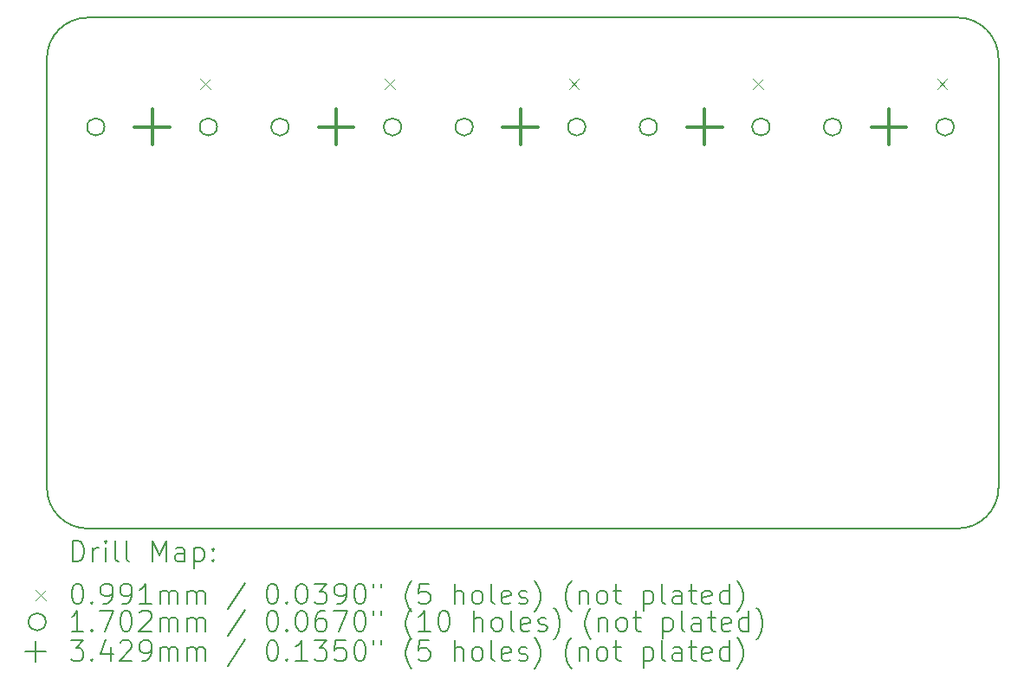
<source format=gbr>
%TF.GenerationSoftware,KiCad,Pcbnew,8.0.6*%
%TF.CreationDate,2024-11-27T16:10:35-06:00*%
%TF.ProjectId,hotdog_pad,686f7464-6f67-45f7-9061-642e6b696361,rev?*%
%TF.SameCoordinates,Original*%
%TF.FileFunction,Drillmap*%
%TF.FilePolarity,Positive*%
%FSLAX45Y45*%
G04 Gerber Fmt 4.5, Leading zero omitted, Abs format (unit mm)*
G04 Created by KiCad (PCBNEW 8.0.6) date 2024-11-27 16:10:35*
%MOMM*%
%LPD*%
G01*
G04 APERTURE LIST*
%ADD10C,0.200000*%
%ADD11C,0.100000*%
%ADD12C,0.170180*%
%ADD13C,0.342900*%
G04 APERTURE END LIST*
D10*
X8300000Y-8600000D02*
X16800000Y-8600000D01*
X16800000Y-3600000D02*
G75*
G02*
X17200000Y-4000000I0J-400000D01*
G01*
X7900000Y-4000000D02*
G75*
G02*
X8300000Y-3600000I400000J0D01*
G01*
X17200000Y-8200000D02*
G75*
G02*
X16800000Y-8600000I-400000J0D01*
G01*
X17200000Y-8200000D02*
X17200000Y-4000000D01*
X7900000Y-4000000D02*
X7900000Y-8200000D01*
X16800000Y-3600000D02*
X8300000Y-3600000D01*
X8300000Y-8600000D02*
G75*
G02*
X7900000Y-8200000I0J400000D01*
G01*
D11*
X9400470Y-4200470D02*
X9499530Y-4299530D01*
X9499530Y-4200470D02*
X9400470Y-4299530D01*
X11200470Y-4200470D02*
X11299530Y-4299530D01*
X11299530Y-4200470D02*
X11200470Y-4299530D01*
X13000470Y-4200470D02*
X13099530Y-4299530D01*
X13099530Y-4200470D02*
X13000470Y-4299530D01*
X14800470Y-4200470D02*
X14899530Y-4299530D01*
X14899530Y-4200470D02*
X14800470Y-4299530D01*
X16600470Y-4200470D02*
X16699530Y-4299530D01*
X16699530Y-4200470D02*
X16600470Y-4299530D01*
D12*
X8463090Y-4670000D02*
G75*
G02*
X8292910Y-4670000I-85090J0D01*
G01*
X8292910Y-4670000D02*
G75*
G02*
X8463090Y-4670000I85090J0D01*
G01*
X9563090Y-4670000D02*
G75*
G02*
X9392910Y-4670000I-85090J0D01*
G01*
X9392910Y-4670000D02*
G75*
G02*
X9563090Y-4670000I85090J0D01*
G01*
X10263090Y-4670000D02*
G75*
G02*
X10092910Y-4670000I-85090J0D01*
G01*
X10092910Y-4670000D02*
G75*
G02*
X10263090Y-4670000I85090J0D01*
G01*
X11363090Y-4670000D02*
G75*
G02*
X11192910Y-4670000I-85090J0D01*
G01*
X11192910Y-4670000D02*
G75*
G02*
X11363090Y-4670000I85090J0D01*
G01*
X12063090Y-4670000D02*
G75*
G02*
X11892910Y-4670000I-85090J0D01*
G01*
X11892910Y-4670000D02*
G75*
G02*
X12063090Y-4670000I85090J0D01*
G01*
X13163090Y-4670000D02*
G75*
G02*
X12992910Y-4670000I-85090J0D01*
G01*
X12992910Y-4670000D02*
G75*
G02*
X13163090Y-4670000I85090J0D01*
G01*
X13863090Y-4670000D02*
G75*
G02*
X13692910Y-4670000I-85090J0D01*
G01*
X13692910Y-4670000D02*
G75*
G02*
X13863090Y-4670000I85090J0D01*
G01*
X14963090Y-4670000D02*
G75*
G02*
X14792910Y-4670000I-85090J0D01*
G01*
X14792910Y-4670000D02*
G75*
G02*
X14963090Y-4670000I85090J0D01*
G01*
X15663090Y-4670000D02*
G75*
G02*
X15492910Y-4670000I-85090J0D01*
G01*
X15492910Y-4670000D02*
G75*
G02*
X15663090Y-4670000I85090J0D01*
G01*
X16763090Y-4670000D02*
G75*
G02*
X16592910Y-4670000I-85090J0D01*
G01*
X16592910Y-4670000D02*
G75*
G02*
X16763090Y-4670000I85090J0D01*
G01*
D13*
X8928000Y-4498550D02*
X8928000Y-4841450D01*
X8756550Y-4670000D02*
X9099450Y-4670000D01*
X10728000Y-4498550D02*
X10728000Y-4841450D01*
X10556550Y-4670000D02*
X10899450Y-4670000D01*
X12528000Y-4498550D02*
X12528000Y-4841450D01*
X12356550Y-4670000D02*
X12699450Y-4670000D01*
X14328000Y-4498550D02*
X14328000Y-4841450D01*
X14156550Y-4670000D02*
X14499450Y-4670000D01*
X16128000Y-4498550D02*
X16128000Y-4841450D01*
X15956550Y-4670000D02*
X16299450Y-4670000D01*
D10*
X8150777Y-8921484D02*
X8150777Y-8721484D01*
X8150777Y-8721484D02*
X8198396Y-8721484D01*
X8198396Y-8721484D02*
X8226967Y-8731008D01*
X8226967Y-8731008D02*
X8246015Y-8750055D01*
X8246015Y-8750055D02*
X8255539Y-8769103D01*
X8255539Y-8769103D02*
X8265062Y-8807198D01*
X8265062Y-8807198D02*
X8265062Y-8835770D01*
X8265062Y-8835770D02*
X8255539Y-8873865D01*
X8255539Y-8873865D02*
X8246015Y-8892912D01*
X8246015Y-8892912D02*
X8226967Y-8911960D01*
X8226967Y-8911960D02*
X8198396Y-8921484D01*
X8198396Y-8921484D02*
X8150777Y-8921484D01*
X8350777Y-8921484D02*
X8350777Y-8788150D01*
X8350777Y-8826246D02*
X8360301Y-8807198D01*
X8360301Y-8807198D02*
X8369824Y-8797674D01*
X8369824Y-8797674D02*
X8388872Y-8788150D01*
X8388872Y-8788150D02*
X8407920Y-8788150D01*
X8474586Y-8921484D02*
X8474586Y-8788150D01*
X8474586Y-8721484D02*
X8465063Y-8731008D01*
X8465063Y-8731008D02*
X8474586Y-8740531D01*
X8474586Y-8740531D02*
X8484110Y-8731008D01*
X8484110Y-8731008D02*
X8474586Y-8721484D01*
X8474586Y-8721484D02*
X8474586Y-8740531D01*
X8598396Y-8921484D02*
X8579348Y-8911960D01*
X8579348Y-8911960D02*
X8569824Y-8892912D01*
X8569824Y-8892912D02*
X8569824Y-8721484D01*
X8703158Y-8921484D02*
X8684110Y-8911960D01*
X8684110Y-8911960D02*
X8674586Y-8892912D01*
X8674586Y-8892912D02*
X8674586Y-8721484D01*
X8931729Y-8921484D02*
X8931729Y-8721484D01*
X8931729Y-8721484D02*
X8998396Y-8864341D01*
X8998396Y-8864341D02*
X9065063Y-8721484D01*
X9065063Y-8721484D02*
X9065063Y-8921484D01*
X9246015Y-8921484D02*
X9246015Y-8816722D01*
X9246015Y-8816722D02*
X9236491Y-8797674D01*
X9236491Y-8797674D02*
X9217444Y-8788150D01*
X9217444Y-8788150D02*
X9179348Y-8788150D01*
X9179348Y-8788150D02*
X9160301Y-8797674D01*
X9246015Y-8911960D02*
X9226967Y-8921484D01*
X9226967Y-8921484D02*
X9179348Y-8921484D01*
X9179348Y-8921484D02*
X9160301Y-8911960D01*
X9160301Y-8911960D02*
X9150777Y-8892912D01*
X9150777Y-8892912D02*
X9150777Y-8873865D01*
X9150777Y-8873865D02*
X9160301Y-8854817D01*
X9160301Y-8854817D02*
X9179348Y-8845293D01*
X9179348Y-8845293D02*
X9226967Y-8845293D01*
X9226967Y-8845293D02*
X9246015Y-8835770D01*
X9341253Y-8788150D02*
X9341253Y-8988150D01*
X9341253Y-8797674D02*
X9360301Y-8788150D01*
X9360301Y-8788150D02*
X9398396Y-8788150D01*
X9398396Y-8788150D02*
X9417444Y-8797674D01*
X9417444Y-8797674D02*
X9426967Y-8807198D01*
X9426967Y-8807198D02*
X9436491Y-8826246D01*
X9436491Y-8826246D02*
X9436491Y-8883389D01*
X9436491Y-8883389D02*
X9426967Y-8902436D01*
X9426967Y-8902436D02*
X9417444Y-8911960D01*
X9417444Y-8911960D02*
X9398396Y-8921484D01*
X9398396Y-8921484D02*
X9360301Y-8921484D01*
X9360301Y-8921484D02*
X9341253Y-8911960D01*
X9522205Y-8902436D02*
X9531729Y-8911960D01*
X9531729Y-8911960D02*
X9522205Y-8921484D01*
X9522205Y-8921484D02*
X9512682Y-8911960D01*
X9512682Y-8911960D02*
X9522205Y-8902436D01*
X9522205Y-8902436D02*
X9522205Y-8921484D01*
X9522205Y-8797674D02*
X9531729Y-8807198D01*
X9531729Y-8807198D02*
X9522205Y-8816722D01*
X9522205Y-8816722D02*
X9512682Y-8807198D01*
X9512682Y-8807198D02*
X9522205Y-8797674D01*
X9522205Y-8797674D02*
X9522205Y-8816722D01*
D11*
X7790940Y-9200470D02*
X7890000Y-9299530D01*
X7890000Y-9200470D02*
X7790940Y-9299530D01*
D10*
X8188872Y-9141484D02*
X8207920Y-9141484D01*
X8207920Y-9141484D02*
X8226967Y-9151008D01*
X8226967Y-9151008D02*
X8236491Y-9160531D01*
X8236491Y-9160531D02*
X8246015Y-9179579D01*
X8246015Y-9179579D02*
X8255539Y-9217674D01*
X8255539Y-9217674D02*
X8255539Y-9265293D01*
X8255539Y-9265293D02*
X8246015Y-9303389D01*
X8246015Y-9303389D02*
X8236491Y-9322436D01*
X8236491Y-9322436D02*
X8226967Y-9331960D01*
X8226967Y-9331960D02*
X8207920Y-9341484D01*
X8207920Y-9341484D02*
X8188872Y-9341484D01*
X8188872Y-9341484D02*
X8169824Y-9331960D01*
X8169824Y-9331960D02*
X8160301Y-9322436D01*
X8160301Y-9322436D02*
X8150777Y-9303389D01*
X8150777Y-9303389D02*
X8141253Y-9265293D01*
X8141253Y-9265293D02*
X8141253Y-9217674D01*
X8141253Y-9217674D02*
X8150777Y-9179579D01*
X8150777Y-9179579D02*
X8160301Y-9160531D01*
X8160301Y-9160531D02*
X8169824Y-9151008D01*
X8169824Y-9151008D02*
X8188872Y-9141484D01*
X8341253Y-9322436D02*
X8350777Y-9331960D01*
X8350777Y-9331960D02*
X8341253Y-9341484D01*
X8341253Y-9341484D02*
X8331729Y-9331960D01*
X8331729Y-9331960D02*
X8341253Y-9322436D01*
X8341253Y-9322436D02*
X8341253Y-9341484D01*
X8446015Y-9341484D02*
X8484110Y-9341484D01*
X8484110Y-9341484D02*
X8503158Y-9331960D01*
X8503158Y-9331960D02*
X8512682Y-9322436D01*
X8512682Y-9322436D02*
X8531729Y-9293865D01*
X8531729Y-9293865D02*
X8541253Y-9255770D01*
X8541253Y-9255770D02*
X8541253Y-9179579D01*
X8541253Y-9179579D02*
X8531729Y-9160531D01*
X8531729Y-9160531D02*
X8522205Y-9151008D01*
X8522205Y-9151008D02*
X8503158Y-9141484D01*
X8503158Y-9141484D02*
X8465063Y-9141484D01*
X8465063Y-9141484D02*
X8446015Y-9151008D01*
X8446015Y-9151008D02*
X8436491Y-9160531D01*
X8436491Y-9160531D02*
X8426967Y-9179579D01*
X8426967Y-9179579D02*
X8426967Y-9227198D01*
X8426967Y-9227198D02*
X8436491Y-9246246D01*
X8436491Y-9246246D02*
X8446015Y-9255770D01*
X8446015Y-9255770D02*
X8465063Y-9265293D01*
X8465063Y-9265293D02*
X8503158Y-9265293D01*
X8503158Y-9265293D02*
X8522205Y-9255770D01*
X8522205Y-9255770D02*
X8531729Y-9246246D01*
X8531729Y-9246246D02*
X8541253Y-9227198D01*
X8636491Y-9341484D02*
X8674586Y-9341484D01*
X8674586Y-9341484D02*
X8693634Y-9331960D01*
X8693634Y-9331960D02*
X8703158Y-9322436D01*
X8703158Y-9322436D02*
X8722205Y-9293865D01*
X8722205Y-9293865D02*
X8731729Y-9255770D01*
X8731729Y-9255770D02*
X8731729Y-9179579D01*
X8731729Y-9179579D02*
X8722205Y-9160531D01*
X8722205Y-9160531D02*
X8712682Y-9151008D01*
X8712682Y-9151008D02*
X8693634Y-9141484D01*
X8693634Y-9141484D02*
X8655539Y-9141484D01*
X8655539Y-9141484D02*
X8636491Y-9151008D01*
X8636491Y-9151008D02*
X8626967Y-9160531D01*
X8626967Y-9160531D02*
X8617444Y-9179579D01*
X8617444Y-9179579D02*
X8617444Y-9227198D01*
X8617444Y-9227198D02*
X8626967Y-9246246D01*
X8626967Y-9246246D02*
X8636491Y-9255770D01*
X8636491Y-9255770D02*
X8655539Y-9265293D01*
X8655539Y-9265293D02*
X8693634Y-9265293D01*
X8693634Y-9265293D02*
X8712682Y-9255770D01*
X8712682Y-9255770D02*
X8722205Y-9246246D01*
X8722205Y-9246246D02*
X8731729Y-9227198D01*
X8922205Y-9341484D02*
X8807920Y-9341484D01*
X8865063Y-9341484D02*
X8865063Y-9141484D01*
X8865063Y-9141484D02*
X8846015Y-9170055D01*
X8846015Y-9170055D02*
X8826967Y-9189103D01*
X8826967Y-9189103D02*
X8807920Y-9198627D01*
X9007920Y-9341484D02*
X9007920Y-9208150D01*
X9007920Y-9227198D02*
X9017444Y-9217674D01*
X9017444Y-9217674D02*
X9036491Y-9208150D01*
X9036491Y-9208150D02*
X9065063Y-9208150D01*
X9065063Y-9208150D02*
X9084110Y-9217674D01*
X9084110Y-9217674D02*
X9093634Y-9236722D01*
X9093634Y-9236722D02*
X9093634Y-9341484D01*
X9093634Y-9236722D02*
X9103158Y-9217674D01*
X9103158Y-9217674D02*
X9122205Y-9208150D01*
X9122205Y-9208150D02*
X9150777Y-9208150D01*
X9150777Y-9208150D02*
X9169825Y-9217674D01*
X9169825Y-9217674D02*
X9179348Y-9236722D01*
X9179348Y-9236722D02*
X9179348Y-9341484D01*
X9274586Y-9341484D02*
X9274586Y-9208150D01*
X9274586Y-9227198D02*
X9284110Y-9217674D01*
X9284110Y-9217674D02*
X9303158Y-9208150D01*
X9303158Y-9208150D02*
X9331729Y-9208150D01*
X9331729Y-9208150D02*
X9350777Y-9217674D01*
X9350777Y-9217674D02*
X9360301Y-9236722D01*
X9360301Y-9236722D02*
X9360301Y-9341484D01*
X9360301Y-9236722D02*
X9369825Y-9217674D01*
X9369825Y-9217674D02*
X9388872Y-9208150D01*
X9388872Y-9208150D02*
X9417444Y-9208150D01*
X9417444Y-9208150D02*
X9436491Y-9217674D01*
X9436491Y-9217674D02*
X9446015Y-9236722D01*
X9446015Y-9236722D02*
X9446015Y-9341484D01*
X9836491Y-9131960D02*
X9665063Y-9389103D01*
X10093634Y-9141484D02*
X10112682Y-9141484D01*
X10112682Y-9141484D02*
X10131729Y-9151008D01*
X10131729Y-9151008D02*
X10141253Y-9160531D01*
X10141253Y-9160531D02*
X10150777Y-9179579D01*
X10150777Y-9179579D02*
X10160301Y-9217674D01*
X10160301Y-9217674D02*
X10160301Y-9265293D01*
X10160301Y-9265293D02*
X10150777Y-9303389D01*
X10150777Y-9303389D02*
X10141253Y-9322436D01*
X10141253Y-9322436D02*
X10131729Y-9331960D01*
X10131729Y-9331960D02*
X10112682Y-9341484D01*
X10112682Y-9341484D02*
X10093634Y-9341484D01*
X10093634Y-9341484D02*
X10074587Y-9331960D01*
X10074587Y-9331960D02*
X10065063Y-9322436D01*
X10065063Y-9322436D02*
X10055539Y-9303389D01*
X10055539Y-9303389D02*
X10046015Y-9265293D01*
X10046015Y-9265293D02*
X10046015Y-9217674D01*
X10046015Y-9217674D02*
X10055539Y-9179579D01*
X10055539Y-9179579D02*
X10065063Y-9160531D01*
X10065063Y-9160531D02*
X10074587Y-9151008D01*
X10074587Y-9151008D02*
X10093634Y-9141484D01*
X10246015Y-9322436D02*
X10255539Y-9331960D01*
X10255539Y-9331960D02*
X10246015Y-9341484D01*
X10246015Y-9341484D02*
X10236491Y-9331960D01*
X10236491Y-9331960D02*
X10246015Y-9322436D01*
X10246015Y-9322436D02*
X10246015Y-9341484D01*
X10379348Y-9141484D02*
X10398396Y-9141484D01*
X10398396Y-9141484D02*
X10417444Y-9151008D01*
X10417444Y-9151008D02*
X10426968Y-9160531D01*
X10426968Y-9160531D02*
X10436491Y-9179579D01*
X10436491Y-9179579D02*
X10446015Y-9217674D01*
X10446015Y-9217674D02*
X10446015Y-9265293D01*
X10446015Y-9265293D02*
X10436491Y-9303389D01*
X10436491Y-9303389D02*
X10426968Y-9322436D01*
X10426968Y-9322436D02*
X10417444Y-9331960D01*
X10417444Y-9331960D02*
X10398396Y-9341484D01*
X10398396Y-9341484D02*
X10379348Y-9341484D01*
X10379348Y-9341484D02*
X10360301Y-9331960D01*
X10360301Y-9331960D02*
X10350777Y-9322436D01*
X10350777Y-9322436D02*
X10341253Y-9303389D01*
X10341253Y-9303389D02*
X10331729Y-9265293D01*
X10331729Y-9265293D02*
X10331729Y-9217674D01*
X10331729Y-9217674D02*
X10341253Y-9179579D01*
X10341253Y-9179579D02*
X10350777Y-9160531D01*
X10350777Y-9160531D02*
X10360301Y-9151008D01*
X10360301Y-9151008D02*
X10379348Y-9141484D01*
X10512682Y-9141484D02*
X10636491Y-9141484D01*
X10636491Y-9141484D02*
X10569825Y-9217674D01*
X10569825Y-9217674D02*
X10598396Y-9217674D01*
X10598396Y-9217674D02*
X10617444Y-9227198D01*
X10617444Y-9227198D02*
X10626968Y-9236722D01*
X10626968Y-9236722D02*
X10636491Y-9255770D01*
X10636491Y-9255770D02*
X10636491Y-9303389D01*
X10636491Y-9303389D02*
X10626968Y-9322436D01*
X10626968Y-9322436D02*
X10617444Y-9331960D01*
X10617444Y-9331960D02*
X10598396Y-9341484D01*
X10598396Y-9341484D02*
X10541253Y-9341484D01*
X10541253Y-9341484D02*
X10522206Y-9331960D01*
X10522206Y-9331960D02*
X10512682Y-9322436D01*
X10731729Y-9341484D02*
X10769825Y-9341484D01*
X10769825Y-9341484D02*
X10788872Y-9331960D01*
X10788872Y-9331960D02*
X10798396Y-9322436D01*
X10798396Y-9322436D02*
X10817444Y-9293865D01*
X10817444Y-9293865D02*
X10826968Y-9255770D01*
X10826968Y-9255770D02*
X10826968Y-9179579D01*
X10826968Y-9179579D02*
X10817444Y-9160531D01*
X10817444Y-9160531D02*
X10807920Y-9151008D01*
X10807920Y-9151008D02*
X10788872Y-9141484D01*
X10788872Y-9141484D02*
X10750777Y-9141484D01*
X10750777Y-9141484D02*
X10731729Y-9151008D01*
X10731729Y-9151008D02*
X10722206Y-9160531D01*
X10722206Y-9160531D02*
X10712682Y-9179579D01*
X10712682Y-9179579D02*
X10712682Y-9227198D01*
X10712682Y-9227198D02*
X10722206Y-9246246D01*
X10722206Y-9246246D02*
X10731729Y-9255770D01*
X10731729Y-9255770D02*
X10750777Y-9265293D01*
X10750777Y-9265293D02*
X10788872Y-9265293D01*
X10788872Y-9265293D02*
X10807920Y-9255770D01*
X10807920Y-9255770D02*
X10817444Y-9246246D01*
X10817444Y-9246246D02*
X10826968Y-9227198D01*
X10950777Y-9141484D02*
X10969825Y-9141484D01*
X10969825Y-9141484D02*
X10988872Y-9151008D01*
X10988872Y-9151008D02*
X10998396Y-9160531D01*
X10998396Y-9160531D02*
X11007920Y-9179579D01*
X11007920Y-9179579D02*
X11017444Y-9217674D01*
X11017444Y-9217674D02*
X11017444Y-9265293D01*
X11017444Y-9265293D02*
X11007920Y-9303389D01*
X11007920Y-9303389D02*
X10998396Y-9322436D01*
X10998396Y-9322436D02*
X10988872Y-9331960D01*
X10988872Y-9331960D02*
X10969825Y-9341484D01*
X10969825Y-9341484D02*
X10950777Y-9341484D01*
X10950777Y-9341484D02*
X10931729Y-9331960D01*
X10931729Y-9331960D02*
X10922206Y-9322436D01*
X10922206Y-9322436D02*
X10912682Y-9303389D01*
X10912682Y-9303389D02*
X10903158Y-9265293D01*
X10903158Y-9265293D02*
X10903158Y-9217674D01*
X10903158Y-9217674D02*
X10912682Y-9179579D01*
X10912682Y-9179579D02*
X10922206Y-9160531D01*
X10922206Y-9160531D02*
X10931729Y-9151008D01*
X10931729Y-9151008D02*
X10950777Y-9141484D01*
X11093634Y-9141484D02*
X11093634Y-9179579D01*
X11169825Y-9141484D02*
X11169825Y-9179579D01*
X11465063Y-9417674D02*
X11455539Y-9408150D01*
X11455539Y-9408150D02*
X11436491Y-9379579D01*
X11436491Y-9379579D02*
X11426968Y-9360531D01*
X11426968Y-9360531D02*
X11417444Y-9331960D01*
X11417444Y-9331960D02*
X11407920Y-9284341D01*
X11407920Y-9284341D02*
X11407920Y-9246246D01*
X11407920Y-9246246D02*
X11417444Y-9198627D01*
X11417444Y-9198627D02*
X11426968Y-9170055D01*
X11426968Y-9170055D02*
X11436491Y-9151008D01*
X11436491Y-9151008D02*
X11455539Y-9122436D01*
X11455539Y-9122436D02*
X11465063Y-9112912D01*
X11636491Y-9141484D02*
X11541253Y-9141484D01*
X11541253Y-9141484D02*
X11531729Y-9236722D01*
X11531729Y-9236722D02*
X11541253Y-9227198D01*
X11541253Y-9227198D02*
X11560301Y-9217674D01*
X11560301Y-9217674D02*
X11607920Y-9217674D01*
X11607920Y-9217674D02*
X11626968Y-9227198D01*
X11626968Y-9227198D02*
X11636491Y-9236722D01*
X11636491Y-9236722D02*
X11646015Y-9255770D01*
X11646015Y-9255770D02*
X11646015Y-9303389D01*
X11646015Y-9303389D02*
X11636491Y-9322436D01*
X11636491Y-9322436D02*
X11626968Y-9331960D01*
X11626968Y-9331960D02*
X11607920Y-9341484D01*
X11607920Y-9341484D02*
X11560301Y-9341484D01*
X11560301Y-9341484D02*
X11541253Y-9331960D01*
X11541253Y-9331960D02*
X11531729Y-9322436D01*
X11884110Y-9341484D02*
X11884110Y-9141484D01*
X11969825Y-9341484D02*
X11969825Y-9236722D01*
X11969825Y-9236722D02*
X11960301Y-9217674D01*
X11960301Y-9217674D02*
X11941253Y-9208150D01*
X11941253Y-9208150D02*
X11912682Y-9208150D01*
X11912682Y-9208150D02*
X11893634Y-9217674D01*
X11893634Y-9217674D02*
X11884110Y-9227198D01*
X12093634Y-9341484D02*
X12074587Y-9331960D01*
X12074587Y-9331960D02*
X12065063Y-9322436D01*
X12065063Y-9322436D02*
X12055539Y-9303389D01*
X12055539Y-9303389D02*
X12055539Y-9246246D01*
X12055539Y-9246246D02*
X12065063Y-9227198D01*
X12065063Y-9227198D02*
X12074587Y-9217674D01*
X12074587Y-9217674D02*
X12093634Y-9208150D01*
X12093634Y-9208150D02*
X12122206Y-9208150D01*
X12122206Y-9208150D02*
X12141253Y-9217674D01*
X12141253Y-9217674D02*
X12150777Y-9227198D01*
X12150777Y-9227198D02*
X12160301Y-9246246D01*
X12160301Y-9246246D02*
X12160301Y-9303389D01*
X12160301Y-9303389D02*
X12150777Y-9322436D01*
X12150777Y-9322436D02*
X12141253Y-9331960D01*
X12141253Y-9331960D02*
X12122206Y-9341484D01*
X12122206Y-9341484D02*
X12093634Y-9341484D01*
X12274587Y-9341484D02*
X12255539Y-9331960D01*
X12255539Y-9331960D02*
X12246015Y-9312912D01*
X12246015Y-9312912D02*
X12246015Y-9141484D01*
X12426968Y-9331960D02*
X12407920Y-9341484D01*
X12407920Y-9341484D02*
X12369825Y-9341484D01*
X12369825Y-9341484D02*
X12350777Y-9331960D01*
X12350777Y-9331960D02*
X12341253Y-9312912D01*
X12341253Y-9312912D02*
X12341253Y-9236722D01*
X12341253Y-9236722D02*
X12350777Y-9217674D01*
X12350777Y-9217674D02*
X12369825Y-9208150D01*
X12369825Y-9208150D02*
X12407920Y-9208150D01*
X12407920Y-9208150D02*
X12426968Y-9217674D01*
X12426968Y-9217674D02*
X12436491Y-9236722D01*
X12436491Y-9236722D02*
X12436491Y-9255770D01*
X12436491Y-9255770D02*
X12341253Y-9274817D01*
X12512682Y-9331960D02*
X12531730Y-9341484D01*
X12531730Y-9341484D02*
X12569825Y-9341484D01*
X12569825Y-9341484D02*
X12588872Y-9331960D01*
X12588872Y-9331960D02*
X12598396Y-9312912D01*
X12598396Y-9312912D02*
X12598396Y-9303389D01*
X12598396Y-9303389D02*
X12588872Y-9284341D01*
X12588872Y-9284341D02*
X12569825Y-9274817D01*
X12569825Y-9274817D02*
X12541253Y-9274817D01*
X12541253Y-9274817D02*
X12522206Y-9265293D01*
X12522206Y-9265293D02*
X12512682Y-9246246D01*
X12512682Y-9246246D02*
X12512682Y-9236722D01*
X12512682Y-9236722D02*
X12522206Y-9217674D01*
X12522206Y-9217674D02*
X12541253Y-9208150D01*
X12541253Y-9208150D02*
X12569825Y-9208150D01*
X12569825Y-9208150D02*
X12588872Y-9217674D01*
X12665063Y-9417674D02*
X12674587Y-9408150D01*
X12674587Y-9408150D02*
X12693634Y-9379579D01*
X12693634Y-9379579D02*
X12703158Y-9360531D01*
X12703158Y-9360531D02*
X12712682Y-9331960D01*
X12712682Y-9331960D02*
X12722206Y-9284341D01*
X12722206Y-9284341D02*
X12722206Y-9246246D01*
X12722206Y-9246246D02*
X12712682Y-9198627D01*
X12712682Y-9198627D02*
X12703158Y-9170055D01*
X12703158Y-9170055D02*
X12693634Y-9151008D01*
X12693634Y-9151008D02*
X12674587Y-9122436D01*
X12674587Y-9122436D02*
X12665063Y-9112912D01*
X13026968Y-9417674D02*
X13017444Y-9408150D01*
X13017444Y-9408150D02*
X12998396Y-9379579D01*
X12998396Y-9379579D02*
X12988872Y-9360531D01*
X12988872Y-9360531D02*
X12979349Y-9331960D01*
X12979349Y-9331960D02*
X12969825Y-9284341D01*
X12969825Y-9284341D02*
X12969825Y-9246246D01*
X12969825Y-9246246D02*
X12979349Y-9198627D01*
X12979349Y-9198627D02*
X12988872Y-9170055D01*
X12988872Y-9170055D02*
X12998396Y-9151008D01*
X12998396Y-9151008D02*
X13017444Y-9122436D01*
X13017444Y-9122436D02*
X13026968Y-9112912D01*
X13103158Y-9208150D02*
X13103158Y-9341484D01*
X13103158Y-9227198D02*
X13112682Y-9217674D01*
X13112682Y-9217674D02*
X13131730Y-9208150D01*
X13131730Y-9208150D02*
X13160301Y-9208150D01*
X13160301Y-9208150D02*
X13179349Y-9217674D01*
X13179349Y-9217674D02*
X13188872Y-9236722D01*
X13188872Y-9236722D02*
X13188872Y-9341484D01*
X13312682Y-9341484D02*
X13293634Y-9331960D01*
X13293634Y-9331960D02*
X13284111Y-9322436D01*
X13284111Y-9322436D02*
X13274587Y-9303389D01*
X13274587Y-9303389D02*
X13274587Y-9246246D01*
X13274587Y-9246246D02*
X13284111Y-9227198D01*
X13284111Y-9227198D02*
X13293634Y-9217674D01*
X13293634Y-9217674D02*
X13312682Y-9208150D01*
X13312682Y-9208150D02*
X13341253Y-9208150D01*
X13341253Y-9208150D02*
X13360301Y-9217674D01*
X13360301Y-9217674D02*
X13369825Y-9227198D01*
X13369825Y-9227198D02*
X13379349Y-9246246D01*
X13379349Y-9246246D02*
X13379349Y-9303389D01*
X13379349Y-9303389D02*
X13369825Y-9322436D01*
X13369825Y-9322436D02*
X13360301Y-9331960D01*
X13360301Y-9331960D02*
X13341253Y-9341484D01*
X13341253Y-9341484D02*
X13312682Y-9341484D01*
X13436492Y-9208150D02*
X13512682Y-9208150D01*
X13465063Y-9141484D02*
X13465063Y-9312912D01*
X13465063Y-9312912D02*
X13474587Y-9331960D01*
X13474587Y-9331960D02*
X13493634Y-9341484D01*
X13493634Y-9341484D02*
X13512682Y-9341484D01*
X13731730Y-9208150D02*
X13731730Y-9408150D01*
X13731730Y-9217674D02*
X13750777Y-9208150D01*
X13750777Y-9208150D02*
X13788873Y-9208150D01*
X13788873Y-9208150D02*
X13807920Y-9217674D01*
X13807920Y-9217674D02*
X13817444Y-9227198D01*
X13817444Y-9227198D02*
X13826968Y-9246246D01*
X13826968Y-9246246D02*
X13826968Y-9303389D01*
X13826968Y-9303389D02*
X13817444Y-9322436D01*
X13817444Y-9322436D02*
X13807920Y-9331960D01*
X13807920Y-9331960D02*
X13788873Y-9341484D01*
X13788873Y-9341484D02*
X13750777Y-9341484D01*
X13750777Y-9341484D02*
X13731730Y-9331960D01*
X13941253Y-9341484D02*
X13922206Y-9331960D01*
X13922206Y-9331960D02*
X13912682Y-9312912D01*
X13912682Y-9312912D02*
X13912682Y-9141484D01*
X14103158Y-9341484D02*
X14103158Y-9236722D01*
X14103158Y-9236722D02*
X14093634Y-9217674D01*
X14093634Y-9217674D02*
X14074587Y-9208150D01*
X14074587Y-9208150D02*
X14036492Y-9208150D01*
X14036492Y-9208150D02*
X14017444Y-9217674D01*
X14103158Y-9331960D02*
X14084111Y-9341484D01*
X14084111Y-9341484D02*
X14036492Y-9341484D01*
X14036492Y-9341484D02*
X14017444Y-9331960D01*
X14017444Y-9331960D02*
X14007920Y-9312912D01*
X14007920Y-9312912D02*
X14007920Y-9293865D01*
X14007920Y-9293865D02*
X14017444Y-9274817D01*
X14017444Y-9274817D02*
X14036492Y-9265293D01*
X14036492Y-9265293D02*
X14084111Y-9265293D01*
X14084111Y-9265293D02*
X14103158Y-9255770D01*
X14169825Y-9208150D02*
X14246015Y-9208150D01*
X14198396Y-9141484D02*
X14198396Y-9312912D01*
X14198396Y-9312912D02*
X14207920Y-9331960D01*
X14207920Y-9331960D02*
X14226968Y-9341484D01*
X14226968Y-9341484D02*
X14246015Y-9341484D01*
X14388873Y-9331960D02*
X14369825Y-9341484D01*
X14369825Y-9341484D02*
X14331730Y-9341484D01*
X14331730Y-9341484D02*
X14312682Y-9331960D01*
X14312682Y-9331960D02*
X14303158Y-9312912D01*
X14303158Y-9312912D02*
X14303158Y-9236722D01*
X14303158Y-9236722D02*
X14312682Y-9217674D01*
X14312682Y-9217674D02*
X14331730Y-9208150D01*
X14331730Y-9208150D02*
X14369825Y-9208150D01*
X14369825Y-9208150D02*
X14388873Y-9217674D01*
X14388873Y-9217674D02*
X14398396Y-9236722D01*
X14398396Y-9236722D02*
X14398396Y-9255770D01*
X14398396Y-9255770D02*
X14303158Y-9274817D01*
X14569825Y-9341484D02*
X14569825Y-9141484D01*
X14569825Y-9331960D02*
X14550777Y-9341484D01*
X14550777Y-9341484D02*
X14512682Y-9341484D01*
X14512682Y-9341484D02*
X14493634Y-9331960D01*
X14493634Y-9331960D02*
X14484111Y-9322436D01*
X14484111Y-9322436D02*
X14474587Y-9303389D01*
X14474587Y-9303389D02*
X14474587Y-9246246D01*
X14474587Y-9246246D02*
X14484111Y-9227198D01*
X14484111Y-9227198D02*
X14493634Y-9217674D01*
X14493634Y-9217674D02*
X14512682Y-9208150D01*
X14512682Y-9208150D02*
X14550777Y-9208150D01*
X14550777Y-9208150D02*
X14569825Y-9217674D01*
X14646015Y-9417674D02*
X14655539Y-9408150D01*
X14655539Y-9408150D02*
X14674587Y-9379579D01*
X14674587Y-9379579D02*
X14684111Y-9360531D01*
X14684111Y-9360531D02*
X14693634Y-9331960D01*
X14693634Y-9331960D02*
X14703158Y-9284341D01*
X14703158Y-9284341D02*
X14703158Y-9246246D01*
X14703158Y-9246246D02*
X14693634Y-9198627D01*
X14693634Y-9198627D02*
X14684111Y-9170055D01*
X14684111Y-9170055D02*
X14674587Y-9151008D01*
X14674587Y-9151008D02*
X14655539Y-9122436D01*
X14655539Y-9122436D02*
X14646015Y-9112912D01*
D12*
X7890000Y-9514000D02*
G75*
G02*
X7719820Y-9514000I-85090J0D01*
G01*
X7719820Y-9514000D02*
G75*
G02*
X7890000Y-9514000I85090J0D01*
G01*
D10*
X8255539Y-9605484D02*
X8141253Y-9605484D01*
X8198396Y-9605484D02*
X8198396Y-9405484D01*
X8198396Y-9405484D02*
X8179348Y-9434055D01*
X8179348Y-9434055D02*
X8160301Y-9453103D01*
X8160301Y-9453103D02*
X8141253Y-9462627D01*
X8341253Y-9586436D02*
X8350777Y-9595960D01*
X8350777Y-9595960D02*
X8341253Y-9605484D01*
X8341253Y-9605484D02*
X8331729Y-9595960D01*
X8331729Y-9595960D02*
X8341253Y-9586436D01*
X8341253Y-9586436D02*
X8341253Y-9605484D01*
X8417444Y-9405484D02*
X8550777Y-9405484D01*
X8550777Y-9405484D02*
X8465063Y-9605484D01*
X8665063Y-9405484D02*
X8684110Y-9405484D01*
X8684110Y-9405484D02*
X8703158Y-9415008D01*
X8703158Y-9415008D02*
X8712682Y-9424531D01*
X8712682Y-9424531D02*
X8722205Y-9443579D01*
X8722205Y-9443579D02*
X8731729Y-9481674D01*
X8731729Y-9481674D02*
X8731729Y-9529293D01*
X8731729Y-9529293D02*
X8722205Y-9567389D01*
X8722205Y-9567389D02*
X8712682Y-9586436D01*
X8712682Y-9586436D02*
X8703158Y-9595960D01*
X8703158Y-9595960D02*
X8684110Y-9605484D01*
X8684110Y-9605484D02*
X8665063Y-9605484D01*
X8665063Y-9605484D02*
X8646015Y-9595960D01*
X8646015Y-9595960D02*
X8636491Y-9586436D01*
X8636491Y-9586436D02*
X8626967Y-9567389D01*
X8626967Y-9567389D02*
X8617444Y-9529293D01*
X8617444Y-9529293D02*
X8617444Y-9481674D01*
X8617444Y-9481674D02*
X8626967Y-9443579D01*
X8626967Y-9443579D02*
X8636491Y-9424531D01*
X8636491Y-9424531D02*
X8646015Y-9415008D01*
X8646015Y-9415008D02*
X8665063Y-9405484D01*
X8807920Y-9424531D02*
X8817444Y-9415008D01*
X8817444Y-9415008D02*
X8836491Y-9405484D01*
X8836491Y-9405484D02*
X8884110Y-9405484D01*
X8884110Y-9405484D02*
X8903158Y-9415008D01*
X8903158Y-9415008D02*
X8912682Y-9424531D01*
X8912682Y-9424531D02*
X8922205Y-9443579D01*
X8922205Y-9443579D02*
X8922205Y-9462627D01*
X8922205Y-9462627D02*
X8912682Y-9491198D01*
X8912682Y-9491198D02*
X8798396Y-9605484D01*
X8798396Y-9605484D02*
X8922205Y-9605484D01*
X9007920Y-9605484D02*
X9007920Y-9472150D01*
X9007920Y-9491198D02*
X9017444Y-9481674D01*
X9017444Y-9481674D02*
X9036491Y-9472150D01*
X9036491Y-9472150D02*
X9065063Y-9472150D01*
X9065063Y-9472150D02*
X9084110Y-9481674D01*
X9084110Y-9481674D02*
X9093634Y-9500722D01*
X9093634Y-9500722D02*
X9093634Y-9605484D01*
X9093634Y-9500722D02*
X9103158Y-9481674D01*
X9103158Y-9481674D02*
X9122205Y-9472150D01*
X9122205Y-9472150D02*
X9150777Y-9472150D01*
X9150777Y-9472150D02*
X9169825Y-9481674D01*
X9169825Y-9481674D02*
X9179348Y-9500722D01*
X9179348Y-9500722D02*
X9179348Y-9605484D01*
X9274586Y-9605484D02*
X9274586Y-9472150D01*
X9274586Y-9491198D02*
X9284110Y-9481674D01*
X9284110Y-9481674D02*
X9303158Y-9472150D01*
X9303158Y-9472150D02*
X9331729Y-9472150D01*
X9331729Y-9472150D02*
X9350777Y-9481674D01*
X9350777Y-9481674D02*
X9360301Y-9500722D01*
X9360301Y-9500722D02*
X9360301Y-9605484D01*
X9360301Y-9500722D02*
X9369825Y-9481674D01*
X9369825Y-9481674D02*
X9388872Y-9472150D01*
X9388872Y-9472150D02*
X9417444Y-9472150D01*
X9417444Y-9472150D02*
X9436491Y-9481674D01*
X9436491Y-9481674D02*
X9446015Y-9500722D01*
X9446015Y-9500722D02*
X9446015Y-9605484D01*
X9836491Y-9395960D02*
X9665063Y-9653103D01*
X10093634Y-9405484D02*
X10112682Y-9405484D01*
X10112682Y-9405484D02*
X10131729Y-9415008D01*
X10131729Y-9415008D02*
X10141253Y-9424531D01*
X10141253Y-9424531D02*
X10150777Y-9443579D01*
X10150777Y-9443579D02*
X10160301Y-9481674D01*
X10160301Y-9481674D02*
X10160301Y-9529293D01*
X10160301Y-9529293D02*
X10150777Y-9567389D01*
X10150777Y-9567389D02*
X10141253Y-9586436D01*
X10141253Y-9586436D02*
X10131729Y-9595960D01*
X10131729Y-9595960D02*
X10112682Y-9605484D01*
X10112682Y-9605484D02*
X10093634Y-9605484D01*
X10093634Y-9605484D02*
X10074587Y-9595960D01*
X10074587Y-9595960D02*
X10065063Y-9586436D01*
X10065063Y-9586436D02*
X10055539Y-9567389D01*
X10055539Y-9567389D02*
X10046015Y-9529293D01*
X10046015Y-9529293D02*
X10046015Y-9481674D01*
X10046015Y-9481674D02*
X10055539Y-9443579D01*
X10055539Y-9443579D02*
X10065063Y-9424531D01*
X10065063Y-9424531D02*
X10074587Y-9415008D01*
X10074587Y-9415008D02*
X10093634Y-9405484D01*
X10246015Y-9586436D02*
X10255539Y-9595960D01*
X10255539Y-9595960D02*
X10246015Y-9605484D01*
X10246015Y-9605484D02*
X10236491Y-9595960D01*
X10236491Y-9595960D02*
X10246015Y-9586436D01*
X10246015Y-9586436D02*
X10246015Y-9605484D01*
X10379348Y-9405484D02*
X10398396Y-9405484D01*
X10398396Y-9405484D02*
X10417444Y-9415008D01*
X10417444Y-9415008D02*
X10426968Y-9424531D01*
X10426968Y-9424531D02*
X10436491Y-9443579D01*
X10436491Y-9443579D02*
X10446015Y-9481674D01*
X10446015Y-9481674D02*
X10446015Y-9529293D01*
X10446015Y-9529293D02*
X10436491Y-9567389D01*
X10436491Y-9567389D02*
X10426968Y-9586436D01*
X10426968Y-9586436D02*
X10417444Y-9595960D01*
X10417444Y-9595960D02*
X10398396Y-9605484D01*
X10398396Y-9605484D02*
X10379348Y-9605484D01*
X10379348Y-9605484D02*
X10360301Y-9595960D01*
X10360301Y-9595960D02*
X10350777Y-9586436D01*
X10350777Y-9586436D02*
X10341253Y-9567389D01*
X10341253Y-9567389D02*
X10331729Y-9529293D01*
X10331729Y-9529293D02*
X10331729Y-9481674D01*
X10331729Y-9481674D02*
X10341253Y-9443579D01*
X10341253Y-9443579D02*
X10350777Y-9424531D01*
X10350777Y-9424531D02*
X10360301Y-9415008D01*
X10360301Y-9415008D02*
X10379348Y-9405484D01*
X10617444Y-9405484D02*
X10579348Y-9405484D01*
X10579348Y-9405484D02*
X10560301Y-9415008D01*
X10560301Y-9415008D02*
X10550777Y-9424531D01*
X10550777Y-9424531D02*
X10531729Y-9453103D01*
X10531729Y-9453103D02*
X10522206Y-9491198D01*
X10522206Y-9491198D02*
X10522206Y-9567389D01*
X10522206Y-9567389D02*
X10531729Y-9586436D01*
X10531729Y-9586436D02*
X10541253Y-9595960D01*
X10541253Y-9595960D02*
X10560301Y-9605484D01*
X10560301Y-9605484D02*
X10598396Y-9605484D01*
X10598396Y-9605484D02*
X10617444Y-9595960D01*
X10617444Y-9595960D02*
X10626968Y-9586436D01*
X10626968Y-9586436D02*
X10636491Y-9567389D01*
X10636491Y-9567389D02*
X10636491Y-9519770D01*
X10636491Y-9519770D02*
X10626968Y-9500722D01*
X10626968Y-9500722D02*
X10617444Y-9491198D01*
X10617444Y-9491198D02*
X10598396Y-9481674D01*
X10598396Y-9481674D02*
X10560301Y-9481674D01*
X10560301Y-9481674D02*
X10541253Y-9491198D01*
X10541253Y-9491198D02*
X10531729Y-9500722D01*
X10531729Y-9500722D02*
X10522206Y-9519770D01*
X10703158Y-9405484D02*
X10836491Y-9405484D01*
X10836491Y-9405484D02*
X10750777Y-9605484D01*
X10950777Y-9405484D02*
X10969825Y-9405484D01*
X10969825Y-9405484D02*
X10988872Y-9415008D01*
X10988872Y-9415008D02*
X10998396Y-9424531D01*
X10998396Y-9424531D02*
X11007920Y-9443579D01*
X11007920Y-9443579D02*
X11017444Y-9481674D01*
X11017444Y-9481674D02*
X11017444Y-9529293D01*
X11017444Y-9529293D02*
X11007920Y-9567389D01*
X11007920Y-9567389D02*
X10998396Y-9586436D01*
X10998396Y-9586436D02*
X10988872Y-9595960D01*
X10988872Y-9595960D02*
X10969825Y-9605484D01*
X10969825Y-9605484D02*
X10950777Y-9605484D01*
X10950777Y-9605484D02*
X10931729Y-9595960D01*
X10931729Y-9595960D02*
X10922206Y-9586436D01*
X10922206Y-9586436D02*
X10912682Y-9567389D01*
X10912682Y-9567389D02*
X10903158Y-9529293D01*
X10903158Y-9529293D02*
X10903158Y-9481674D01*
X10903158Y-9481674D02*
X10912682Y-9443579D01*
X10912682Y-9443579D02*
X10922206Y-9424531D01*
X10922206Y-9424531D02*
X10931729Y-9415008D01*
X10931729Y-9415008D02*
X10950777Y-9405484D01*
X11093634Y-9405484D02*
X11093634Y-9443579D01*
X11169825Y-9405484D02*
X11169825Y-9443579D01*
X11465063Y-9681674D02*
X11455539Y-9672150D01*
X11455539Y-9672150D02*
X11436491Y-9643579D01*
X11436491Y-9643579D02*
X11426968Y-9624531D01*
X11426968Y-9624531D02*
X11417444Y-9595960D01*
X11417444Y-9595960D02*
X11407920Y-9548341D01*
X11407920Y-9548341D02*
X11407920Y-9510246D01*
X11407920Y-9510246D02*
X11417444Y-9462627D01*
X11417444Y-9462627D02*
X11426968Y-9434055D01*
X11426968Y-9434055D02*
X11436491Y-9415008D01*
X11436491Y-9415008D02*
X11455539Y-9386436D01*
X11455539Y-9386436D02*
X11465063Y-9376912D01*
X11646015Y-9605484D02*
X11531729Y-9605484D01*
X11588872Y-9605484D02*
X11588872Y-9405484D01*
X11588872Y-9405484D02*
X11569825Y-9434055D01*
X11569825Y-9434055D02*
X11550777Y-9453103D01*
X11550777Y-9453103D02*
X11531729Y-9462627D01*
X11769825Y-9405484D02*
X11788872Y-9405484D01*
X11788872Y-9405484D02*
X11807920Y-9415008D01*
X11807920Y-9415008D02*
X11817444Y-9424531D01*
X11817444Y-9424531D02*
X11826968Y-9443579D01*
X11826968Y-9443579D02*
X11836491Y-9481674D01*
X11836491Y-9481674D02*
X11836491Y-9529293D01*
X11836491Y-9529293D02*
X11826968Y-9567389D01*
X11826968Y-9567389D02*
X11817444Y-9586436D01*
X11817444Y-9586436D02*
X11807920Y-9595960D01*
X11807920Y-9595960D02*
X11788872Y-9605484D01*
X11788872Y-9605484D02*
X11769825Y-9605484D01*
X11769825Y-9605484D02*
X11750777Y-9595960D01*
X11750777Y-9595960D02*
X11741253Y-9586436D01*
X11741253Y-9586436D02*
X11731729Y-9567389D01*
X11731729Y-9567389D02*
X11722206Y-9529293D01*
X11722206Y-9529293D02*
X11722206Y-9481674D01*
X11722206Y-9481674D02*
X11731729Y-9443579D01*
X11731729Y-9443579D02*
X11741253Y-9424531D01*
X11741253Y-9424531D02*
X11750777Y-9415008D01*
X11750777Y-9415008D02*
X11769825Y-9405484D01*
X12074587Y-9605484D02*
X12074587Y-9405484D01*
X12160301Y-9605484D02*
X12160301Y-9500722D01*
X12160301Y-9500722D02*
X12150777Y-9481674D01*
X12150777Y-9481674D02*
X12131730Y-9472150D01*
X12131730Y-9472150D02*
X12103158Y-9472150D01*
X12103158Y-9472150D02*
X12084110Y-9481674D01*
X12084110Y-9481674D02*
X12074587Y-9491198D01*
X12284110Y-9605484D02*
X12265063Y-9595960D01*
X12265063Y-9595960D02*
X12255539Y-9586436D01*
X12255539Y-9586436D02*
X12246015Y-9567389D01*
X12246015Y-9567389D02*
X12246015Y-9510246D01*
X12246015Y-9510246D02*
X12255539Y-9491198D01*
X12255539Y-9491198D02*
X12265063Y-9481674D01*
X12265063Y-9481674D02*
X12284110Y-9472150D01*
X12284110Y-9472150D02*
X12312682Y-9472150D01*
X12312682Y-9472150D02*
X12331730Y-9481674D01*
X12331730Y-9481674D02*
X12341253Y-9491198D01*
X12341253Y-9491198D02*
X12350777Y-9510246D01*
X12350777Y-9510246D02*
X12350777Y-9567389D01*
X12350777Y-9567389D02*
X12341253Y-9586436D01*
X12341253Y-9586436D02*
X12331730Y-9595960D01*
X12331730Y-9595960D02*
X12312682Y-9605484D01*
X12312682Y-9605484D02*
X12284110Y-9605484D01*
X12465063Y-9605484D02*
X12446015Y-9595960D01*
X12446015Y-9595960D02*
X12436491Y-9576912D01*
X12436491Y-9576912D02*
X12436491Y-9405484D01*
X12617444Y-9595960D02*
X12598396Y-9605484D01*
X12598396Y-9605484D02*
X12560301Y-9605484D01*
X12560301Y-9605484D02*
X12541253Y-9595960D01*
X12541253Y-9595960D02*
X12531730Y-9576912D01*
X12531730Y-9576912D02*
X12531730Y-9500722D01*
X12531730Y-9500722D02*
X12541253Y-9481674D01*
X12541253Y-9481674D02*
X12560301Y-9472150D01*
X12560301Y-9472150D02*
X12598396Y-9472150D01*
X12598396Y-9472150D02*
X12617444Y-9481674D01*
X12617444Y-9481674D02*
X12626968Y-9500722D01*
X12626968Y-9500722D02*
X12626968Y-9519770D01*
X12626968Y-9519770D02*
X12531730Y-9538817D01*
X12703158Y-9595960D02*
X12722206Y-9605484D01*
X12722206Y-9605484D02*
X12760301Y-9605484D01*
X12760301Y-9605484D02*
X12779349Y-9595960D01*
X12779349Y-9595960D02*
X12788872Y-9576912D01*
X12788872Y-9576912D02*
X12788872Y-9567389D01*
X12788872Y-9567389D02*
X12779349Y-9548341D01*
X12779349Y-9548341D02*
X12760301Y-9538817D01*
X12760301Y-9538817D02*
X12731730Y-9538817D01*
X12731730Y-9538817D02*
X12712682Y-9529293D01*
X12712682Y-9529293D02*
X12703158Y-9510246D01*
X12703158Y-9510246D02*
X12703158Y-9500722D01*
X12703158Y-9500722D02*
X12712682Y-9481674D01*
X12712682Y-9481674D02*
X12731730Y-9472150D01*
X12731730Y-9472150D02*
X12760301Y-9472150D01*
X12760301Y-9472150D02*
X12779349Y-9481674D01*
X12855539Y-9681674D02*
X12865063Y-9672150D01*
X12865063Y-9672150D02*
X12884111Y-9643579D01*
X12884111Y-9643579D02*
X12893634Y-9624531D01*
X12893634Y-9624531D02*
X12903158Y-9595960D01*
X12903158Y-9595960D02*
X12912682Y-9548341D01*
X12912682Y-9548341D02*
X12912682Y-9510246D01*
X12912682Y-9510246D02*
X12903158Y-9462627D01*
X12903158Y-9462627D02*
X12893634Y-9434055D01*
X12893634Y-9434055D02*
X12884111Y-9415008D01*
X12884111Y-9415008D02*
X12865063Y-9386436D01*
X12865063Y-9386436D02*
X12855539Y-9376912D01*
X13217444Y-9681674D02*
X13207920Y-9672150D01*
X13207920Y-9672150D02*
X13188872Y-9643579D01*
X13188872Y-9643579D02*
X13179349Y-9624531D01*
X13179349Y-9624531D02*
X13169825Y-9595960D01*
X13169825Y-9595960D02*
X13160301Y-9548341D01*
X13160301Y-9548341D02*
X13160301Y-9510246D01*
X13160301Y-9510246D02*
X13169825Y-9462627D01*
X13169825Y-9462627D02*
X13179349Y-9434055D01*
X13179349Y-9434055D02*
X13188872Y-9415008D01*
X13188872Y-9415008D02*
X13207920Y-9386436D01*
X13207920Y-9386436D02*
X13217444Y-9376912D01*
X13293634Y-9472150D02*
X13293634Y-9605484D01*
X13293634Y-9491198D02*
X13303158Y-9481674D01*
X13303158Y-9481674D02*
X13322206Y-9472150D01*
X13322206Y-9472150D02*
X13350777Y-9472150D01*
X13350777Y-9472150D02*
X13369825Y-9481674D01*
X13369825Y-9481674D02*
X13379349Y-9500722D01*
X13379349Y-9500722D02*
X13379349Y-9605484D01*
X13503158Y-9605484D02*
X13484111Y-9595960D01*
X13484111Y-9595960D02*
X13474587Y-9586436D01*
X13474587Y-9586436D02*
X13465063Y-9567389D01*
X13465063Y-9567389D02*
X13465063Y-9510246D01*
X13465063Y-9510246D02*
X13474587Y-9491198D01*
X13474587Y-9491198D02*
X13484111Y-9481674D01*
X13484111Y-9481674D02*
X13503158Y-9472150D01*
X13503158Y-9472150D02*
X13531730Y-9472150D01*
X13531730Y-9472150D02*
X13550777Y-9481674D01*
X13550777Y-9481674D02*
X13560301Y-9491198D01*
X13560301Y-9491198D02*
X13569825Y-9510246D01*
X13569825Y-9510246D02*
X13569825Y-9567389D01*
X13569825Y-9567389D02*
X13560301Y-9586436D01*
X13560301Y-9586436D02*
X13550777Y-9595960D01*
X13550777Y-9595960D02*
X13531730Y-9605484D01*
X13531730Y-9605484D02*
X13503158Y-9605484D01*
X13626968Y-9472150D02*
X13703158Y-9472150D01*
X13655539Y-9405484D02*
X13655539Y-9576912D01*
X13655539Y-9576912D02*
X13665063Y-9595960D01*
X13665063Y-9595960D02*
X13684111Y-9605484D01*
X13684111Y-9605484D02*
X13703158Y-9605484D01*
X13922206Y-9472150D02*
X13922206Y-9672150D01*
X13922206Y-9481674D02*
X13941253Y-9472150D01*
X13941253Y-9472150D02*
X13979349Y-9472150D01*
X13979349Y-9472150D02*
X13998396Y-9481674D01*
X13998396Y-9481674D02*
X14007920Y-9491198D01*
X14007920Y-9491198D02*
X14017444Y-9510246D01*
X14017444Y-9510246D02*
X14017444Y-9567389D01*
X14017444Y-9567389D02*
X14007920Y-9586436D01*
X14007920Y-9586436D02*
X13998396Y-9595960D01*
X13998396Y-9595960D02*
X13979349Y-9605484D01*
X13979349Y-9605484D02*
X13941253Y-9605484D01*
X13941253Y-9605484D02*
X13922206Y-9595960D01*
X14131730Y-9605484D02*
X14112682Y-9595960D01*
X14112682Y-9595960D02*
X14103158Y-9576912D01*
X14103158Y-9576912D02*
X14103158Y-9405484D01*
X14293634Y-9605484D02*
X14293634Y-9500722D01*
X14293634Y-9500722D02*
X14284111Y-9481674D01*
X14284111Y-9481674D02*
X14265063Y-9472150D01*
X14265063Y-9472150D02*
X14226968Y-9472150D01*
X14226968Y-9472150D02*
X14207920Y-9481674D01*
X14293634Y-9595960D02*
X14274587Y-9605484D01*
X14274587Y-9605484D02*
X14226968Y-9605484D01*
X14226968Y-9605484D02*
X14207920Y-9595960D01*
X14207920Y-9595960D02*
X14198396Y-9576912D01*
X14198396Y-9576912D02*
X14198396Y-9557865D01*
X14198396Y-9557865D02*
X14207920Y-9538817D01*
X14207920Y-9538817D02*
X14226968Y-9529293D01*
X14226968Y-9529293D02*
X14274587Y-9529293D01*
X14274587Y-9529293D02*
X14293634Y-9519770D01*
X14360301Y-9472150D02*
X14436492Y-9472150D01*
X14388873Y-9405484D02*
X14388873Y-9576912D01*
X14388873Y-9576912D02*
X14398396Y-9595960D01*
X14398396Y-9595960D02*
X14417444Y-9605484D01*
X14417444Y-9605484D02*
X14436492Y-9605484D01*
X14579349Y-9595960D02*
X14560301Y-9605484D01*
X14560301Y-9605484D02*
X14522206Y-9605484D01*
X14522206Y-9605484D02*
X14503158Y-9595960D01*
X14503158Y-9595960D02*
X14493634Y-9576912D01*
X14493634Y-9576912D02*
X14493634Y-9500722D01*
X14493634Y-9500722D02*
X14503158Y-9481674D01*
X14503158Y-9481674D02*
X14522206Y-9472150D01*
X14522206Y-9472150D02*
X14560301Y-9472150D01*
X14560301Y-9472150D02*
X14579349Y-9481674D01*
X14579349Y-9481674D02*
X14588873Y-9500722D01*
X14588873Y-9500722D02*
X14588873Y-9519770D01*
X14588873Y-9519770D02*
X14493634Y-9538817D01*
X14760301Y-9605484D02*
X14760301Y-9405484D01*
X14760301Y-9595960D02*
X14741254Y-9605484D01*
X14741254Y-9605484D02*
X14703158Y-9605484D01*
X14703158Y-9605484D02*
X14684111Y-9595960D01*
X14684111Y-9595960D02*
X14674587Y-9586436D01*
X14674587Y-9586436D02*
X14665063Y-9567389D01*
X14665063Y-9567389D02*
X14665063Y-9510246D01*
X14665063Y-9510246D02*
X14674587Y-9491198D01*
X14674587Y-9491198D02*
X14684111Y-9481674D01*
X14684111Y-9481674D02*
X14703158Y-9472150D01*
X14703158Y-9472150D02*
X14741254Y-9472150D01*
X14741254Y-9472150D02*
X14760301Y-9481674D01*
X14836492Y-9681674D02*
X14846015Y-9672150D01*
X14846015Y-9672150D02*
X14865063Y-9643579D01*
X14865063Y-9643579D02*
X14874587Y-9624531D01*
X14874587Y-9624531D02*
X14884111Y-9595960D01*
X14884111Y-9595960D02*
X14893634Y-9548341D01*
X14893634Y-9548341D02*
X14893634Y-9510246D01*
X14893634Y-9510246D02*
X14884111Y-9462627D01*
X14884111Y-9462627D02*
X14874587Y-9434055D01*
X14874587Y-9434055D02*
X14865063Y-9415008D01*
X14865063Y-9415008D02*
X14846015Y-9386436D01*
X14846015Y-9386436D02*
X14836492Y-9376912D01*
X7790000Y-9704180D02*
X7790000Y-9904180D01*
X7690000Y-9804180D02*
X7890000Y-9804180D01*
X8131729Y-9695664D02*
X8255539Y-9695664D01*
X8255539Y-9695664D02*
X8188872Y-9771854D01*
X8188872Y-9771854D02*
X8217443Y-9771854D01*
X8217443Y-9771854D02*
X8236491Y-9781378D01*
X8236491Y-9781378D02*
X8246015Y-9790902D01*
X8246015Y-9790902D02*
X8255539Y-9809950D01*
X8255539Y-9809950D02*
X8255539Y-9857569D01*
X8255539Y-9857569D02*
X8246015Y-9876616D01*
X8246015Y-9876616D02*
X8236491Y-9886140D01*
X8236491Y-9886140D02*
X8217443Y-9895664D01*
X8217443Y-9895664D02*
X8160301Y-9895664D01*
X8160301Y-9895664D02*
X8141253Y-9886140D01*
X8141253Y-9886140D02*
X8131729Y-9876616D01*
X8341253Y-9876616D02*
X8350777Y-9886140D01*
X8350777Y-9886140D02*
X8341253Y-9895664D01*
X8341253Y-9895664D02*
X8331729Y-9886140D01*
X8331729Y-9886140D02*
X8341253Y-9876616D01*
X8341253Y-9876616D02*
X8341253Y-9895664D01*
X8522205Y-9762330D02*
X8522205Y-9895664D01*
X8474586Y-9686140D02*
X8426967Y-9828997D01*
X8426967Y-9828997D02*
X8550777Y-9828997D01*
X8617444Y-9714711D02*
X8626967Y-9705188D01*
X8626967Y-9705188D02*
X8646015Y-9695664D01*
X8646015Y-9695664D02*
X8693634Y-9695664D01*
X8693634Y-9695664D02*
X8712682Y-9705188D01*
X8712682Y-9705188D02*
X8722205Y-9714711D01*
X8722205Y-9714711D02*
X8731729Y-9733759D01*
X8731729Y-9733759D02*
X8731729Y-9752807D01*
X8731729Y-9752807D02*
X8722205Y-9781378D01*
X8722205Y-9781378D02*
X8607920Y-9895664D01*
X8607920Y-9895664D02*
X8731729Y-9895664D01*
X8826967Y-9895664D02*
X8865063Y-9895664D01*
X8865063Y-9895664D02*
X8884110Y-9886140D01*
X8884110Y-9886140D02*
X8893634Y-9876616D01*
X8893634Y-9876616D02*
X8912682Y-9848045D01*
X8912682Y-9848045D02*
X8922205Y-9809950D01*
X8922205Y-9809950D02*
X8922205Y-9733759D01*
X8922205Y-9733759D02*
X8912682Y-9714711D01*
X8912682Y-9714711D02*
X8903158Y-9705188D01*
X8903158Y-9705188D02*
X8884110Y-9695664D01*
X8884110Y-9695664D02*
X8846015Y-9695664D01*
X8846015Y-9695664D02*
X8826967Y-9705188D01*
X8826967Y-9705188D02*
X8817444Y-9714711D01*
X8817444Y-9714711D02*
X8807920Y-9733759D01*
X8807920Y-9733759D02*
X8807920Y-9781378D01*
X8807920Y-9781378D02*
X8817444Y-9800426D01*
X8817444Y-9800426D02*
X8826967Y-9809950D01*
X8826967Y-9809950D02*
X8846015Y-9819473D01*
X8846015Y-9819473D02*
X8884110Y-9819473D01*
X8884110Y-9819473D02*
X8903158Y-9809950D01*
X8903158Y-9809950D02*
X8912682Y-9800426D01*
X8912682Y-9800426D02*
X8922205Y-9781378D01*
X9007920Y-9895664D02*
X9007920Y-9762330D01*
X9007920Y-9781378D02*
X9017444Y-9771854D01*
X9017444Y-9771854D02*
X9036491Y-9762330D01*
X9036491Y-9762330D02*
X9065063Y-9762330D01*
X9065063Y-9762330D02*
X9084110Y-9771854D01*
X9084110Y-9771854D02*
X9093634Y-9790902D01*
X9093634Y-9790902D02*
X9093634Y-9895664D01*
X9093634Y-9790902D02*
X9103158Y-9771854D01*
X9103158Y-9771854D02*
X9122205Y-9762330D01*
X9122205Y-9762330D02*
X9150777Y-9762330D01*
X9150777Y-9762330D02*
X9169825Y-9771854D01*
X9169825Y-9771854D02*
X9179348Y-9790902D01*
X9179348Y-9790902D02*
X9179348Y-9895664D01*
X9274586Y-9895664D02*
X9274586Y-9762330D01*
X9274586Y-9781378D02*
X9284110Y-9771854D01*
X9284110Y-9771854D02*
X9303158Y-9762330D01*
X9303158Y-9762330D02*
X9331729Y-9762330D01*
X9331729Y-9762330D02*
X9350777Y-9771854D01*
X9350777Y-9771854D02*
X9360301Y-9790902D01*
X9360301Y-9790902D02*
X9360301Y-9895664D01*
X9360301Y-9790902D02*
X9369825Y-9771854D01*
X9369825Y-9771854D02*
X9388872Y-9762330D01*
X9388872Y-9762330D02*
X9417444Y-9762330D01*
X9417444Y-9762330D02*
X9436491Y-9771854D01*
X9436491Y-9771854D02*
X9446015Y-9790902D01*
X9446015Y-9790902D02*
X9446015Y-9895664D01*
X9836491Y-9686140D02*
X9665063Y-9943283D01*
X10093634Y-9695664D02*
X10112682Y-9695664D01*
X10112682Y-9695664D02*
X10131729Y-9705188D01*
X10131729Y-9705188D02*
X10141253Y-9714711D01*
X10141253Y-9714711D02*
X10150777Y-9733759D01*
X10150777Y-9733759D02*
X10160301Y-9771854D01*
X10160301Y-9771854D02*
X10160301Y-9819473D01*
X10160301Y-9819473D02*
X10150777Y-9857569D01*
X10150777Y-9857569D02*
X10141253Y-9876616D01*
X10141253Y-9876616D02*
X10131729Y-9886140D01*
X10131729Y-9886140D02*
X10112682Y-9895664D01*
X10112682Y-9895664D02*
X10093634Y-9895664D01*
X10093634Y-9895664D02*
X10074587Y-9886140D01*
X10074587Y-9886140D02*
X10065063Y-9876616D01*
X10065063Y-9876616D02*
X10055539Y-9857569D01*
X10055539Y-9857569D02*
X10046015Y-9819473D01*
X10046015Y-9819473D02*
X10046015Y-9771854D01*
X10046015Y-9771854D02*
X10055539Y-9733759D01*
X10055539Y-9733759D02*
X10065063Y-9714711D01*
X10065063Y-9714711D02*
X10074587Y-9705188D01*
X10074587Y-9705188D02*
X10093634Y-9695664D01*
X10246015Y-9876616D02*
X10255539Y-9886140D01*
X10255539Y-9886140D02*
X10246015Y-9895664D01*
X10246015Y-9895664D02*
X10236491Y-9886140D01*
X10236491Y-9886140D02*
X10246015Y-9876616D01*
X10246015Y-9876616D02*
X10246015Y-9895664D01*
X10446015Y-9895664D02*
X10331729Y-9895664D01*
X10388872Y-9895664D02*
X10388872Y-9695664D01*
X10388872Y-9695664D02*
X10369825Y-9724235D01*
X10369825Y-9724235D02*
X10350777Y-9743283D01*
X10350777Y-9743283D02*
X10331729Y-9752807D01*
X10512682Y-9695664D02*
X10636491Y-9695664D01*
X10636491Y-9695664D02*
X10569825Y-9771854D01*
X10569825Y-9771854D02*
X10598396Y-9771854D01*
X10598396Y-9771854D02*
X10617444Y-9781378D01*
X10617444Y-9781378D02*
X10626968Y-9790902D01*
X10626968Y-9790902D02*
X10636491Y-9809950D01*
X10636491Y-9809950D02*
X10636491Y-9857569D01*
X10636491Y-9857569D02*
X10626968Y-9876616D01*
X10626968Y-9876616D02*
X10617444Y-9886140D01*
X10617444Y-9886140D02*
X10598396Y-9895664D01*
X10598396Y-9895664D02*
X10541253Y-9895664D01*
X10541253Y-9895664D02*
X10522206Y-9886140D01*
X10522206Y-9886140D02*
X10512682Y-9876616D01*
X10817444Y-9695664D02*
X10722206Y-9695664D01*
X10722206Y-9695664D02*
X10712682Y-9790902D01*
X10712682Y-9790902D02*
X10722206Y-9781378D01*
X10722206Y-9781378D02*
X10741253Y-9771854D01*
X10741253Y-9771854D02*
X10788872Y-9771854D01*
X10788872Y-9771854D02*
X10807920Y-9781378D01*
X10807920Y-9781378D02*
X10817444Y-9790902D01*
X10817444Y-9790902D02*
X10826968Y-9809950D01*
X10826968Y-9809950D02*
X10826968Y-9857569D01*
X10826968Y-9857569D02*
X10817444Y-9876616D01*
X10817444Y-9876616D02*
X10807920Y-9886140D01*
X10807920Y-9886140D02*
X10788872Y-9895664D01*
X10788872Y-9895664D02*
X10741253Y-9895664D01*
X10741253Y-9895664D02*
X10722206Y-9886140D01*
X10722206Y-9886140D02*
X10712682Y-9876616D01*
X10950777Y-9695664D02*
X10969825Y-9695664D01*
X10969825Y-9695664D02*
X10988872Y-9705188D01*
X10988872Y-9705188D02*
X10998396Y-9714711D01*
X10998396Y-9714711D02*
X11007920Y-9733759D01*
X11007920Y-9733759D02*
X11017444Y-9771854D01*
X11017444Y-9771854D02*
X11017444Y-9819473D01*
X11017444Y-9819473D02*
X11007920Y-9857569D01*
X11007920Y-9857569D02*
X10998396Y-9876616D01*
X10998396Y-9876616D02*
X10988872Y-9886140D01*
X10988872Y-9886140D02*
X10969825Y-9895664D01*
X10969825Y-9895664D02*
X10950777Y-9895664D01*
X10950777Y-9895664D02*
X10931729Y-9886140D01*
X10931729Y-9886140D02*
X10922206Y-9876616D01*
X10922206Y-9876616D02*
X10912682Y-9857569D01*
X10912682Y-9857569D02*
X10903158Y-9819473D01*
X10903158Y-9819473D02*
X10903158Y-9771854D01*
X10903158Y-9771854D02*
X10912682Y-9733759D01*
X10912682Y-9733759D02*
X10922206Y-9714711D01*
X10922206Y-9714711D02*
X10931729Y-9705188D01*
X10931729Y-9705188D02*
X10950777Y-9695664D01*
X11093634Y-9695664D02*
X11093634Y-9733759D01*
X11169825Y-9695664D02*
X11169825Y-9733759D01*
X11465063Y-9971854D02*
X11455539Y-9962330D01*
X11455539Y-9962330D02*
X11436491Y-9933759D01*
X11436491Y-9933759D02*
X11426968Y-9914711D01*
X11426968Y-9914711D02*
X11417444Y-9886140D01*
X11417444Y-9886140D02*
X11407920Y-9838521D01*
X11407920Y-9838521D02*
X11407920Y-9800426D01*
X11407920Y-9800426D02*
X11417444Y-9752807D01*
X11417444Y-9752807D02*
X11426968Y-9724235D01*
X11426968Y-9724235D02*
X11436491Y-9705188D01*
X11436491Y-9705188D02*
X11455539Y-9676616D01*
X11455539Y-9676616D02*
X11465063Y-9667092D01*
X11636491Y-9695664D02*
X11541253Y-9695664D01*
X11541253Y-9695664D02*
X11531729Y-9790902D01*
X11531729Y-9790902D02*
X11541253Y-9781378D01*
X11541253Y-9781378D02*
X11560301Y-9771854D01*
X11560301Y-9771854D02*
X11607920Y-9771854D01*
X11607920Y-9771854D02*
X11626968Y-9781378D01*
X11626968Y-9781378D02*
X11636491Y-9790902D01*
X11636491Y-9790902D02*
X11646015Y-9809950D01*
X11646015Y-9809950D02*
X11646015Y-9857569D01*
X11646015Y-9857569D02*
X11636491Y-9876616D01*
X11636491Y-9876616D02*
X11626968Y-9886140D01*
X11626968Y-9886140D02*
X11607920Y-9895664D01*
X11607920Y-9895664D02*
X11560301Y-9895664D01*
X11560301Y-9895664D02*
X11541253Y-9886140D01*
X11541253Y-9886140D02*
X11531729Y-9876616D01*
X11884110Y-9895664D02*
X11884110Y-9695664D01*
X11969825Y-9895664D02*
X11969825Y-9790902D01*
X11969825Y-9790902D02*
X11960301Y-9771854D01*
X11960301Y-9771854D02*
X11941253Y-9762330D01*
X11941253Y-9762330D02*
X11912682Y-9762330D01*
X11912682Y-9762330D02*
X11893634Y-9771854D01*
X11893634Y-9771854D02*
X11884110Y-9781378D01*
X12093634Y-9895664D02*
X12074587Y-9886140D01*
X12074587Y-9886140D02*
X12065063Y-9876616D01*
X12065063Y-9876616D02*
X12055539Y-9857569D01*
X12055539Y-9857569D02*
X12055539Y-9800426D01*
X12055539Y-9800426D02*
X12065063Y-9781378D01*
X12065063Y-9781378D02*
X12074587Y-9771854D01*
X12074587Y-9771854D02*
X12093634Y-9762330D01*
X12093634Y-9762330D02*
X12122206Y-9762330D01*
X12122206Y-9762330D02*
X12141253Y-9771854D01*
X12141253Y-9771854D02*
X12150777Y-9781378D01*
X12150777Y-9781378D02*
X12160301Y-9800426D01*
X12160301Y-9800426D02*
X12160301Y-9857569D01*
X12160301Y-9857569D02*
X12150777Y-9876616D01*
X12150777Y-9876616D02*
X12141253Y-9886140D01*
X12141253Y-9886140D02*
X12122206Y-9895664D01*
X12122206Y-9895664D02*
X12093634Y-9895664D01*
X12274587Y-9895664D02*
X12255539Y-9886140D01*
X12255539Y-9886140D02*
X12246015Y-9867092D01*
X12246015Y-9867092D02*
X12246015Y-9695664D01*
X12426968Y-9886140D02*
X12407920Y-9895664D01*
X12407920Y-9895664D02*
X12369825Y-9895664D01*
X12369825Y-9895664D02*
X12350777Y-9886140D01*
X12350777Y-9886140D02*
X12341253Y-9867092D01*
X12341253Y-9867092D02*
X12341253Y-9790902D01*
X12341253Y-9790902D02*
X12350777Y-9771854D01*
X12350777Y-9771854D02*
X12369825Y-9762330D01*
X12369825Y-9762330D02*
X12407920Y-9762330D01*
X12407920Y-9762330D02*
X12426968Y-9771854D01*
X12426968Y-9771854D02*
X12436491Y-9790902D01*
X12436491Y-9790902D02*
X12436491Y-9809950D01*
X12436491Y-9809950D02*
X12341253Y-9828997D01*
X12512682Y-9886140D02*
X12531730Y-9895664D01*
X12531730Y-9895664D02*
X12569825Y-9895664D01*
X12569825Y-9895664D02*
X12588872Y-9886140D01*
X12588872Y-9886140D02*
X12598396Y-9867092D01*
X12598396Y-9867092D02*
X12598396Y-9857569D01*
X12598396Y-9857569D02*
X12588872Y-9838521D01*
X12588872Y-9838521D02*
X12569825Y-9828997D01*
X12569825Y-9828997D02*
X12541253Y-9828997D01*
X12541253Y-9828997D02*
X12522206Y-9819473D01*
X12522206Y-9819473D02*
X12512682Y-9800426D01*
X12512682Y-9800426D02*
X12512682Y-9790902D01*
X12512682Y-9790902D02*
X12522206Y-9771854D01*
X12522206Y-9771854D02*
X12541253Y-9762330D01*
X12541253Y-9762330D02*
X12569825Y-9762330D01*
X12569825Y-9762330D02*
X12588872Y-9771854D01*
X12665063Y-9971854D02*
X12674587Y-9962330D01*
X12674587Y-9962330D02*
X12693634Y-9933759D01*
X12693634Y-9933759D02*
X12703158Y-9914711D01*
X12703158Y-9914711D02*
X12712682Y-9886140D01*
X12712682Y-9886140D02*
X12722206Y-9838521D01*
X12722206Y-9838521D02*
X12722206Y-9800426D01*
X12722206Y-9800426D02*
X12712682Y-9752807D01*
X12712682Y-9752807D02*
X12703158Y-9724235D01*
X12703158Y-9724235D02*
X12693634Y-9705188D01*
X12693634Y-9705188D02*
X12674587Y-9676616D01*
X12674587Y-9676616D02*
X12665063Y-9667092D01*
X13026968Y-9971854D02*
X13017444Y-9962330D01*
X13017444Y-9962330D02*
X12998396Y-9933759D01*
X12998396Y-9933759D02*
X12988872Y-9914711D01*
X12988872Y-9914711D02*
X12979349Y-9886140D01*
X12979349Y-9886140D02*
X12969825Y-9838521D01*
X12969825Y-9838521D02*
X12969825Y-9800426D01*
X12969825Y-9800426D02*
X12979349Y-9752807D01*
X12979349Y-9752807D02*
X12988872Y-9724235D01*
X12988872Y-9724235D02*
X12998396Y-9705188D01*
X12998396Y-9705188D02*
X13017444Y-9676616D01*
X13017444Y-9676616D02*
X13026968Y-9667092D01*
X13103158Y-9762330D02*
X13103158Y-9895664D01*
X13103158Y-9781378D02*
X13112682Y-9771854D01*
X13112682Y-9771854D02*
X13131730Y-9762330D01*
X13131730Y-9762330D02*
X13160301Y-9762330D01*
X13160301Y-9762330D02*
X13179349Y-9771854D01*
X13179349Y-9771854D02*
X13188872Y-9790902D01*
X13188872Y-9790902D02*
X13188872Y-9895664D01*
X13312682Y-9895664D02*
X13293634Y-9886140D01*
X13293634Y-9886140D02*
X13284111Y-9876616D01*
X13284111Y-9876616D02*
X13274587Y-9857569D01*
X13274587Y-9857569D02*
X13274587Y-9800426D01*
X13274587Y-9800426D02*
X13284111Y-9781378D01*
X13284111Y-9781378D02*
X13293634Y-9771854D01*
X13293634Y-9771854D02*
X13312682Y-9762330D01*
X13312682Y-9762330D02*
X13341253Y-9762330D01*
X13341253Y-9762330D02*
X13360301Y-9771854D01*
X13360301Y-9771854D02*
X13369825Y-9781378D01*
X13369825Y-9781378D02*
X13379349Y-9800426D01*
X13379349Y-9800426D02*
X13379349Y-9857569D01*
X13379349Y-9857569D02*
X13369825Y-9876616D01*
X13369825Y-9876616D02*
X13360301Y-9886140D01*
X13360301Y-9886140D02*
X13341253Y-9895664D01*
X13341253Y-9895664D02*
X13312682Y-9895664D01*
X13436492Y-9762330D02*
X13512682Y-9762330D01*
X13465063Y-9695664D02*
X13465063Y-9867092D01*
X13465063Y-9867092D02*
X13474587Y-9886140D01*
X13474587Y-9886140D02*
X13493634Y-9895664D01*
X13493634Y-9895664D02*
X13512682Y-9895664D01*
X13731730Y-9762330D02*
X13731730Y-9962330D01*
X13731730Y-9771854D02*
X13750777Y-9762330D01*
X13750777Y-9762330D02*
X13788873Y-9762330D01*
X13788873Y-9762330D02*
X13807920Y-9771854D01*
X13807920Y-9771854D02*
X13817444Y-9781378D01*
X13817444Y-9781378D02*
X13826968Y-9800426D01*
X13826968Y-9800426D02*
X13826968Y-9857569D01*
X13826968Y-9857569D02*
X13817444Y-9876616D01*
X13817444Y-9876616D02*
X13807920Y-9886140D01*
X13807920Y-9886140D02*
X13788873Y-9895664D01*
X13788873Y-9895664D02*
X13750777Y-9895664D01*
X13750777Y-9895664D02*
X13731730Y-9886140D01*
X13941253Y-9895664D02*
X13922206Y-9886140D01*
X13922206Y-9886140D02*
X13912682Y-9867092D01*
X13912682Y-9867092D02*
X13912682Y-9695664D01*
X14103158Y-9895664D02*
X14103158Y-9790902D01*
X14103158Y-9790902D02*
X14093634Y-9771854D01*
X14093634Y-9771854D02*
X14074587Y-9762330D01*
X14074587Y-9762330D02*
X14036492Y-9762330D01*
X14036492Y-9762330D02*
X14017444Y-9771854D01*
X14103158Y-9886140D02*
X14084111Y-9895664D01*
X14084111Y-9895664D02*
X14036492Y-9895664D01*
X14036492Y-9895664D02*
X14017444Y-9886140D01*
X14017444Y-9886140D02*
X14007920Y-9867092D01*
X14007920Y-9867092D02*
X14007920Y-9848045D01*
X14007920Y-9848045D02*
X14017444Y-9828997D01*
X14017444Y-9828997D02*
X14036492Y-9819473D01*
X14036492Y-9819473D02*
X14084111Y-9819473D01*
X14084111Y-9819473D02*
X14103158Y-9809950D01*
X14169825Y-9762330D02*
X14246015Y-9762330D01*
X14198396Y-9695664D02*
X14198396Y-9867092D01*
X14198396Y-9867092D02*
X14207920Y-9886140D01*
X14207920Y-9886140D02*
X14226968Y-9895664D01*
X14226968Y-9895664D02*
X14246015Y-9895664D01*
X14388873Y-9886140D02*
X14369825Y-9895664D01*
X14369825Y-9895664D02*
X14331730Y-9895664D01*
X14331730Y-9895664D02*
X14312682Y-9886140D01*
X14312682Y-9886140D02*
X14303158Y-9867092D01*
X14303158Y-9867092D02*
X14303158Y-9790902D01*
X14303158Y-9790902D02*
X14312682Y-9771854D01*
X14312682Y-9771854D02*
X14331730Y-9762330D01*
X14331730Y-9762330D02*
X14369825Y-9762330D01*
X14369825Y-9762330D02*
X14388873Y-9771854D01*
X14388873Y-9771854D02*
X14398396Y-9790902D01*
X14398396Y-9790902D02*
X14398396Y-9809950D01*
X14398396Y-9809950D02*
X14303158Y-9828997D01*
X14569825Y-9895664D02*
X14569825Y-9695664D01*
X14569825Y-9886140D02*
X14550777Y-9895664D01*
X14550777Y-9895664D02*
X14512682Y-9895664D01*
X14512682Y-9895664D02*
X14493634Y-9886140D01*
X14493634Y-9886140D02*
X14484111Y-9876616D01*
X14484111Y-9876616D02*
X14474587Y-9857569D01*
X14474587Y-9857569D02*
X14474587Y-9800426D01*
X14474587Y-9800426D02*
X14484111Y-9781378D01*
X14484111Y-9781378D02*
X14493634Y-9771854D01*
X14493634Y-9771854D02*
X14512682Y-9762330D01*
X14512682Y-9762330D02*
X14550777Y-9762330D01*
X14550777Y-9762330D02*
X14569825Y-9771854D01*
X14646015Y-9971854D02*
X14655539Y-9962330D01*
X14655539Y-9962330D02*
X14674587Y-9933759D01*
X14674587Y-9933759D02*
X14684111Y-9914711D01*
X14684111Y-9914711D02*
X14693634Y-9886140D01*
X14693634Y-9886140D02*
X14703158Y-9838521D01*
X14703158Y-9838521D02*
X14703158Y-9800426D01*
X14703158Y-9800426D02*
X14693634Y-9752807D01*
X14693634Y-9752807D02*
X14684111Y-9724235D01*
X14684111Y-9724235D02*
X14674587Y-9705188D01*
X14674587Y-9705188D02*
X14655539Y-9676616D01*
X14655539Y-9676616D02*
X14646015Y-9667092D01*
M02*

</source>
